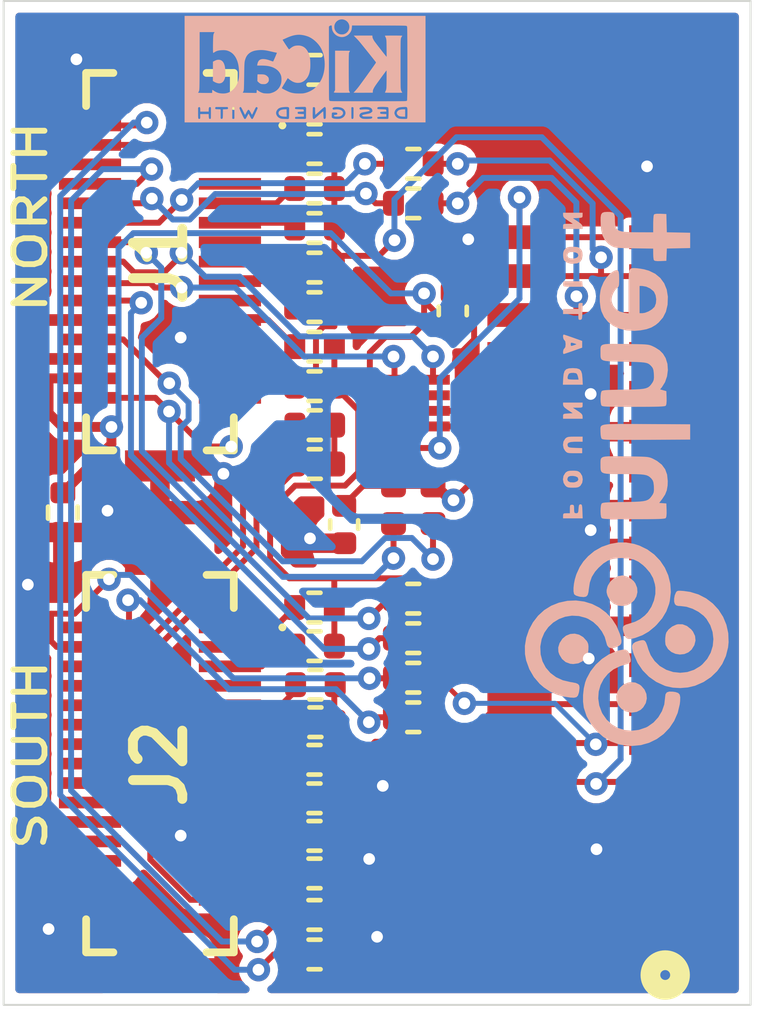
<source format=kicad_pcb>
(kicad_pcb (version 20240108) (generator "pcbnew") (generator_version "8.0")
  (title_block (title "VGA Adapter board") (date "2024-02-08") (rev "V0.09") (company "Copyright (C) Victor Suarez Rovere") (comment 1 "License:  CERN OHL-S") (comment 2 "PCB design:  Mitch Altman & Victor Suarez Rovere") (comment 3 "Schematics capture:  Mitch Altman") (comment 4 "Circuit design & parts selection:  Victor Suarez Rovere"))
  (layers (0 "F.Cu" signal) (31 "B.Cu" signal) (34 "B.Paste" user) (35 "F.Paste" user) (36 "B.SilkS" user "B.Silkscreen") (37 "F.SilkS" user "F.Silkscreen") (38 "B.Mask" user) (39 "F.Mask" user) (44 "Edge.Cuts" user))
  (net 0 "")
  (net 1 "VCC3V3")
  (net 2 "GND")
  (net 3 "V_VGA")
  (net 4 "VCCIN")
  (net 5 "+3V3")
  (net 6 "B1")
  (net 7 "LCD_DE")
  (net 8 "R6")
  (net 9 "R7")
  (net 10 "B0")
  (net 11 "R4")
  (net 12 "R5")
  (net 13 "G1")
  (net 14 "SDA")
  (net 15 "R2")
  (net 16 "SCK")
  (net 17 "R3")
  (net 18 "G0")
  (net 19 "G6")
  (net 20 "G7")
  (net 21 "R1")
  (net 22 "R0")
  (net 23 "G4")
  (net 24 "G2")
  (net 25 "G5")
  (net 26 "G3")
  (net 27 "B6")
  (net 28 "B7")
  (net 29 "B4")
  (net 30 "B5")
  (net 31 "B2")
  (net 32 "B3")
  (net 33 "RED")
  (net 34 "GREEN")
  (net 35 "BLUE")
  (net 36 "SDA_SHIFTED")
  (net 37 "LCD_HSYNC")
  (net 38 "LCD_VSYNC")
  (net 39 "SCK_SHIFTED")
  (net 46 "Net-(J1-11)")
  (net 48 "Net-(J1-9)")
  (footprint "Resistor_SMD:R_0402_1005Metric" (layer "F.Cu") (at 156.78454 96.1105 180)
    (property "Reference" "R16")
    (property "Value" "24K 0.1%" (hide yes))
  )
  (footprint "Library:DF12NB3030DP05V51" (layer "F.Cu") (at 150.26654 87.4495 90)
    (property "Reference" "J1")
    (property "Value" "DF12NB(3.0)-30DS-0.5V(51)" (hide yes))
  )
  (footprint "Library:C_0402_1005Metric" (layer "F.Cu") (at 155.00654 94.2055 -90)
    (property "Reference" "C2")
    (property "Value" "0.1uF" (hide yes))
  )
  (footprint "Resistor_SMD:R_0402_1005Metric" (layer "F.Cu") (at 156.78654 84.9345)
    (property "Reference" "R28")
    (property "Value" "120" (hide yes))
  )
  (footprint "Resistor_SMD:R_0402_1005Metric" (layer "F.Cu") (at 154.26594 98.3203 180)
    (property "Reference" "R19")
    (property "Value" "750 0.1%" (hide yes))
  )
  (footprint "Resistor_SMD:R_0402_1005Metric" (layer "F.Cu") (at 154.24454 84.5535 180)
    (property "Reference" "R2")
    (property "Value" "374 0.1%" (hide yes))
  )
  (footprint "Resistor_SMD:R_0402_1005Metric" (layer "F.Cu") (at 154.24454 85.5695 180)
    (property "Reference" "R5")
    (property "Value" "3K 0.1%" (hide yes))
  )
  (footprint "Library:DQM8" (layer "F.Cu") (at 156.79724 91.0845 180)
    (property "Reference" "U1")
    (property "Value" "TXS0102DQMR" (hide yes))
  )
  (footprint "Resistor_SMD:R_0402_1005Metric" (layer "F.Cu") (at 154.24454 83.5375 180)
    (property "Reference" "R3")
    (property "Value" "750 0.1%" (hide yes))
  )
  (footprint "Diode_SMD:D_0402_1005Metric" (layer "F.Cu") (at 157.29254 93.6975 -90)
    (property "Reference" "D1")
    (property "Value" "NSR05F40NXT5G" (hide yes))
  )
  (footprint "Resistor_SMD:R_0402_1005Metric" (layer "F.Cu") (at 154.24254 101.2413 180)
    (property "Reference" "R20")
    (property "Value" "1.5K 0.1%" (hide yes))
  )
  (footprint "Resistor_SMD:R_0402_1005Metric" (layer "F.Cu") (at 154.24454 105.2545 180)
    (property "Reference" "R24")
    (property "Value" "24K 0.1%" (hide yes))
  )
  (footprint "Resistor_SMD:R_0402_1005Metric" (layer "F.Cu") (at 154.24454 87.6015 180)
    (property "Reference" "R7")
    (property "Value" "12K 0.1%" (hide yes))
  )
  (footprint "Resistor_SMD:R_0402_1005Metric" (layer "F.Cu") (at 154.25 92.65 180)
    (property "Reference" "R9")
    (property "Value" "47.5K 0.1%" (hide yes))
  )
  (footprint "Resistor_SMD:R_0402_1005Metric" (layer "F.Cu") (at 154.24254 104.2385 180)
    (property "Reference" "R25")
    (property "Value" "47.5K 0.1%" (hide yes))
  )
  (footprint "Resistor_SMD:R_0402_1005Metric" (layer "F.Cu") (at 154.24254 103.1717 180)
    (property "Reference" "R22")
    (property "Value" "6.04K 0.1%" (hide yes))
  )
  (footprint "Resistor_SMD:R_0402_1005Metric" (layer "F.Cu") (at 154.24254 96.3391 180)
    (property "Reference" "R15")
    (property "Value" "12K 0.1%" (hide yes))
  )
  (footprint "Library:DF12NB3030DP05V51" (layer "F.Cu") (at 150.26654 100.3495 90)
    (property "Reference" "J2")
    (property "Value" "DF12NB(3.0)-30DS-0.5V(51)" (hide yes))
  )
  (footprint "Resistor_SMD:R_0402_1005Metric" (layer "F.Cu") (at 154.24454 88.6175 180)
    (property "Reference" "R6")
    (property "Value" "6.04K 0.1%" (hide yes))
  )
  (footprint "Library:TE Connectivity 1-1734248-5_ultralibrarian" (layer "F.Cu") (at 163.268 100.82074 -90)
    (property "Reference" "J3" (hide yes))
    (property "Value" "FPC Cable connector 1x15" (hide yes))
  )
  (footprint "Resistor_SMD:R_0402_1005Metric" (layer "F.Cu") (at 154.24254 100.2507 180)
    (property "Reference" "R21")
    (property "Value" "3K 0.1%" (hide yes))
  )
  (footprint "Resistor_SMD:R_0402_1005Metric" (layer "F.Cu") (at 156.78454 99.1585 180)
    (property "Reference" "R12")
    (property "Value" "1.5K 0.1%" (hide yes))
  )
  (footprint "Resistor_SMD:R_0402_1005Metric" (layer "F.Cu") (at 154.24454 97.3297 180)
    (property "Reference" "R14")
    (property "Value" "6.04K 0.1%" (hide yes))
  )
  (footprint "Resistor_SMD:R_0402_1005Metric" (layer "F.Cu") (at 154.25 91.65 180)
    (property "Reference" "R8")
    (property "Value" "24K 0.1%" (hide yes))
  )
  (footprint "Resistor_SMD:R_0402_1005Metric" (layer "F.Cu") (at 154.24454 82.5215)
    (property "Reference" "R26")
    (property "Value" "10K" (hide yes))
  )
  (footprint "Resistor_SMD:R_0402_1005Metric" (layer "F.Cu") (at 154.24454 86.5855 180)
    (property "Reference" "R4")
    (property "Value" "1.5K 0.1%" (hide yes))
  )
  (footprint "Resistor_SMD:R_0402_1005Metric" (layer "F.Cu") (at 154.26594 99.2855 180)
    (property "Reference" "R18")
    (property "Value" "374 0.1%" (hide yes))
  )
  (footprint "Resistor_SMD:R_0402_1005Metric" (layer "F.Cu") (at 147.76654 93.8995 -90)
    (property "Reference" "R1")
    (property "Value" "DNP (10K)" (hide yes))
  )
  (footprint "Diode_SMD:D_0402_1005Metric" (layer "F.Cu") (at 156.27654 93.6975 -90)
    (property "Reference" "D2")
    (property "Value" "NSR05F40NXT5G" (hide yes))
  )
  (footprint "Resistor_SMD:R_0402_1005Metric" (layer "F.Cu") (at 154.24454 89.6335 180)
    (property "Reference" "R11")
    (property "Value" "750 0.1%" (hide yes))
  )
  (footprint "Library:C_0402_1005Metric" (layer "F.Cu") (at 157.80054 88.7165 90)
    (property "Reference" "C1")
    (property "Value" "0.1uF" (hide yes))
  )
  (footprint "Resistor_SMD:R_0402_1005Metric" (layer "F.Cu") (at 154.24454 90.6495 180)
    (property "Reference" "R10")
    (property "Value" "374 0.1%" (hide yes))
  )
  (footprint "Resistor_SMD:R_0402_1005Metric" (layer "F.Cu") (at 154.24254 102.2065 180)
    (property "Reference" "R23")
    (property "Value" "12K 0.1%" (hide yes))
  )
  (footprint "Resistor_SMD:R_0402_1005Metric" (layer "F.Cu") (at 156.78454 97.1265 180)
    (property "Reference" "R17")
    (property "Value" "47.5K 0.1%" (hide yes))
  )
  (footprint "Resistor_SMD:R_0402_1005Metric" (layer "F.Cu") (at 156.78454 98.1425 180)
    (property "Reference" "R13")
    (property "Value" "3K 0.1%" (hide yes))
  )
  (footprint "Resistor_SMD:R_0402_1005Metric" (layer "F.Cu") (at 156.78454 85.9505)
    (property "Reference" "R27")
    (property "Value" "120" (hide yes))
  )
  (footprint "LOGO" (layer "B.Cu") (at 154 82.5 180)
    (property "Reference" "G***" (hide yes))
    (property "Value" "LOGO" (hide yes))
  )
  (footprint "LOGO" (layer "B.Cu") (at 162.28 93.04 90)
    (property "Reference" "G***" (hide yes))
    (property "Value" "LOGO" (hide yes))
  )
  (gr_rect (start 146.24354 80.75) (end 165.46414 106.55) (stroke (width 0.05)) (fill none) (layer "Edge.Cuts"))
  (gr_text "SOUTH" (at 147.4 102.65 90) (layer "F.SilkS") (effects (font (size 0.8 1)) (justify left bottom)))
  (gr_text "NORTH" (at 147.4 88.85 90) (layer "F.SilkS") (effects (font (size 0.8 1)) (justify left bottom)))
  (segment (start 156.30194 90.8845) (end 157.29254 90.8845) (width 0.1524) (layer "F.Cu") (net 1))
  (segment (start 157.063541 88.264983) (end 157.063541 88.459501) (width 0.1524) (layer "F.Cu") (net 1))
  (segment (start 156.30194 90.8845) (end 155.71774 90.8845) (width 0.1524) (layer "F.Cu") (net 1))
  (segment (start 147.4 91.34096) (end 147.75584 91.6968) (width 0.254) (layer "F.Cu") (net 1))
  (segment (start 149.0174 91.6968) (end 149.0174 92.13864) (width 0.254) (layer "F.Cu") (net 1))
  (segment (start 157.063541 88.459501) (end 157.92754 89.3235) (width 0.1524) (layer "F.Cu") (net 1))
  (segment (start 156.7157 89.3843) (end 157.063541 89.036459) (width 0.1524) (layer "F.Cu") (net 1))
  (segment (start 157.063541 89.036459) (end 157.063541 88.264983) (width 0.1524) (layer "F.Cu") (net 1))
  (segment (start 147.4 90.46204) (end 147.4 91.34096) (width 0.254) (layer "F.Cu") (net 1))
  (segment (start 148.46654 90.4495) (end 147.41254 90.4495) (width 0.254) (layer "F.Cu") (net 1))
  (segment (start 155.66694 89.785467) (end 156.068107 89.3843) (width 0.1524) (layer "F.Cu") (net 1))
  (segment (start 147.41254 90.4495) (end 147.4 90.46204) (width 0.254) (layer "F.Cu") (net 1))
  (segment (start 149.0174 92.13864) (end 147.76654 93.3895) (width 0.254) (layer "F.Cu") (net 1))
  (segment (start 155.66694 90.8337) (end 155.66694 89.785467) (width 0.1524) (layer "F.Cu") (net 1))
  (segment (start 156.068107 89.3843) (end 156.7157 89.3843) (width 0.1524) (layer "F.Cu") (net 1))
  (segment (start 147.75584 91.6968) (end 149.0174 91.6968) (width 0.254) (layer "F.Cu") (net 1))
  (segment (start 155.71774 90.8845) (end 155.66694 90.8337) (width 0.1524) (layer "F.Cu") (net 1))
  (via (at 149.0174 91.6968) (size 0.6) (drill 0.3) (layers "F.Cu" "B.Cu") (net 1))
  (via (at 157.063541 88.264983) (size 0.6) (drill 0.3) (layers "F.Cu" "B.Cu") (net 1))
  (segment (start 149.2 91.5142) (end 149.2 87.09944) (width 0.1524) (layer "B.Cu") (net 1))
  (segment (start 149.58264 86.7168) (end 154.658994 86.7168) (width 0.1524) (layer "B.Cu") (net 1))
  (segment (start 149.0174 91.6968) (end 149.2 91.5142) (width 0.1524) (layer "B.Cu") (net 1))
  (segment (start 154.658994 86.7168) (end 156.207177 88.264983) (width 0.1524) (layer "B.Cu") (net 1))
  (segment (start 156.207177 88.264983) (end 157.063541 88.264983) (width 0.1524) (layer "B.Cu") (net 1))
  (segment (start 149.2 87.09944) (end 149.58264 86.7168) (width 0.1524) (layer "B.Cu") (net 1))
  (segment (start 147.53394 102.8495) (end 148.46654 102.8495) (width 0.2286) (layer "F.Cu") (net 2))
  (segment (start 154.88264 94.5616) (end 155.00654 94.6855) (width 0.1524) (layer "F.Cu") (net 2))
  (segment (start 159.518 96.82074) (end 161.236 96.82074) (width 0.2286) (layer "F.Cu") (net 2))
  (segment (start 147.0505 88.9495) (end 148.46654 88.9495) (width 0.2286) (layer "F.Cu") (net 2))
  (segment (start 157.85774 91.2845) (end 157.92754 91.2147) (width 0.1524) (layer "F.Cu") (net 2))
  (segment (start 150.8 102.73296) (end 150.91654 102.8495) (width 0.254) (layer "F.Cu") (net 2))
  (segment (start 146.8 89.2) (end 147.0505 88.9495) (width 0.2286) (layer "F.Cu") (net 2))
  (segment (start 161.363 91.82074) (end 163.268 91.82074) (width 0.2286) (layer "F.Cu") (net 2))
  (segment (start 155.65 102.8) (end 155.675 102.8) (width 0.254) (layer "F.Cu") (net 2))
  (segment (start 154.12724 94.5616) (end 154.25114 94.6855) (width 0.1524) (layer "F.Cu") (net 2))
  (segment (start 161.236 93.820741) (end 163.268 93.820741) (width 0.2286) (layer "F.Cu") (net 2))
  (segment (start 161.236 95.820742) (end 163.268 95.820742) (width 0.2286) (layer "F.Cu") (net 2))
  (segment (start 158.2 86.875) (end 157.80054 87.27446) (width 0.1524) (layer "F.Cu") (net 2))
  (segment (start 148.46654 89.9495) (end 147.0495 89.9495) (width 0.2286) (layer "F.Cu") (net 2))
  (segment (start 159.518 93.820741) (end 161.236 93.820741) (width 0.2286) (layer "F.Cu") (net 2))
  (segment (start 151.10854 89.9495) (end 152.06654 89.9495) (width 0.254) (layer "F.Cu") (net 2))
  (segment (start 154.12724 94.5616) (end 154.88264 94.5616) (width 0.1524) (layer "F.Cu") (net 2))
  (segment (start 150.8 89.64096) (end 151.10854 89.9495) (width 0.254) (layer "F.Cu") (net 2))
  (segment (start 157.80054 87.27446) (end 157.80054 88.401142) (width 0.1524) (layer "F.Cu") (net 2))
  (segment (start 147.0495 89.9495) (end 146.8 89.7) (width 0.2286) (layer "F.Cu") (net 2))
  (segment (start 159.518 94.820741) (end 161.236 94.820741) (width 0.2286) (layer "F.Cu") (net 2))
  (segment (start 150.8 102.2) (end 150.8 102.73296) (width 0.254) (layer "F.Cu") (net 2))
  (segment (start 158.35 88.78596) (end 157.80054 88.2365) (width 0.1524) (layer "F.Cu") (net 2))
  (segment (start 157.92754 89.87246) (end 158.35 89.45) (width 0.1524) (layer "F.Cu") (net 2))
  (segment (start 161.236 96.82074) (end 163.268 96.82074) (width 0.2286) (layer "F.Cu") (net 2))
  (segment (start 157.85774 91.2845) (end 157.29254 91.2845) (width 0.1524) (layer "F.Cu") (net 2))
  (segment (start 147.4 102.98344) (end 147.53394 102.8495) (width 0.2286) (layer "F.Cu") (net 2))
  (segment (start 150.91654 102.8495) (end 152.06654 102.8495) (width 0.254) (layer "F.Cu") (net 2))
  (segment (start 161.236 94.820741) (end 163.268 94.820741) (width 0.2286) (layer "F.Cu") (net 2))
  (segment (start 157.92754 91.2147) (end 157.92754 89.87246) (width 0.1524) (layer "F.Cu") (net 2))
  (segment (start 155.8532 104.8) (end 155.8532 104.7218) (width 0.254) (layer "F.Cu") (net 2))
  (segment (start 146.8 89.7) (end 146.8 89.2) (width 0.2286) (layer "F.Cu") (net 2))
  (segment (start 150.8 89.4) (end 150.8 89.64096) (width 0.254) (layer "F.Cu") (net 2))
  (segment (start 158.35 89.45) (end 158.35 88.78596) (width 0.1524) (layer "F.Cu") (net 2))
  (segment (start 147.4 104.6) (end 147.4 102.98344) (width 0.2286) (layer "F.Cu") (net 2))
  (segment (start 159.518 91.82074) (end 161.363 91.82074) (width 0.2286) (layer "F.Cu") (net 2))
  (segment (start 159.518 95.820742) (end 161.236 95.820742) (width 0.2286) (layer "F.Cu") (net 2))
  (via (at 154.12724 94.5616) (size 0.6) (drill 0.3) (layers "F.Cu" "B.Cu") (net 2))
  (via (at 161.35 90.85) (size 0.6) (drill 0.3) (layers "F.Cu" "B.Cu") (net 2))
  (via (at 161.35 94.35) (size 0.6) (drill 0.3) (layers "F.Cu" "B.Cu") (net 2))
  (via (at 156 100.9218) (size 0.6) (drill 0.3) (layers "F.Cu" "B.Cu") (net 2))
  (via (at 148.11654 82.2495) (size 0.6) (drill 0.3) (layers "F.Cu" "B.Cu") (net 2))
  (via (at 150.8 89.4) (size 0.6) (drill 0.3) (layers "F.Cu" "B.Cu") (net 2))
  (via (at 155.65 102.8) (size 0.6) (drill 0.3) (layers "F.Cu" "B.Cu") (net 2))
  (via (at 148.91654 93.8495) (size 0.6) (drill 0.3) (layers "F.Cu" "B.Cu") (net 2))
  (via (at 146.86654 95.7495) (size 0.6) (drill 0.3) (layers "F.Cu" "B.Cu") (net 2))
  (via (at 151.9 92.9) (size 0.6) (drill 0.3) (layers "F.Cu" "B.Cu") (net 2))
  (via (at 162.8 85) (size 0.6) (drill 0.3) (layers "F.Cu" "B.Cu") (net 2))
  (via (at 161.5 102.55) (size 0.6) (drill 0.3) (layers "F.Cu" "B.Cu") (net 2))
  (via (at 147.4 104.6) (size 0.6) (drill 0.3) (layers "F.Cu" "B.Cu") (net 2))
  (via (at 161.3 97.65) (size 0.6) (drill 0.3) (layers "F.Cu" "B.Cu") (net 2))
  (via (at 150.8 102.2) (size 0.6) (drill 0.3) (layers "F.Cu" "B.Cu") (net 2))
  (via (at 158.2 86.875) (size 0.6) (drill 0.3) (layers "F.Cu" "B.Cu") (net 2))
  (via (at 155.8532 104.8) (size 0.6) (drill 0.3) (layers "F.Cu" "B.Cu") (net 2))
  (segment (start 152 92.93296) (end 153.62864 94.5616) (width 0.254) (layer "B.Cu") (net 2))
  (segment (start 151.9 92.9) (end 152 92.93296) (width 0.254) (layer "B.Cu") (net 2))
  (segment (start 152 92.8) (end 151.9 92.9) (width 0.254) (layer "B.Cu") (net 2))
  (segment (start 152 92.93296) (end 152.51654 93.4495) (width 0.254) (layer "B.Cu") (net 2))
  (segment (start 153.62864 94.5616) (end 154.12724 94.5616) (width 0.254) (layer "B.Cu") (net 2))
  (segment (start 155.648606 91.418566) (end 155.648606 92.584566) (width 0.1524) (layer "F.Cu") (net 3))
  (segment (start 157.29254 93.2125) (end 157.81574 93.7357) (width 0.1524) (layer "F.Cu") (net 3))
  (segment (start 155.782672 91.2845) (end 155.648606 91.418566) (width 0.1524) (layer "F.Cu") (net 3))
  (segment (start 157.819058 93.580827) (end 157.376731 93.1385) (width 0.1524) (layer "F.Cu") (net 3))
  (segment (start 158.579145 92.82074) (end 157.819058 93.580827) (width 0.1524) (layer "F.Cu") (net 3))
  (segment (start 157.36654 93.1385) (end 157.29254 93.2125) (width 0.1524) (layer "F.Cu") (net 3))
  (segment (start 159.518 92.82074) (end 158.579145 92.82074) (width 0.1524) (layer "F.Cu") (net 3))
  (segment (start 161.363 92.82074) (end 163.268 92.82074) (width 0.1524) (layer "F.Cu") (net 3))
  (segment (start 155.00654 93.6975) (end 155.49154 93.2125) (width 0.1524) (layer "F.Cu") (net 3))
  (segment (start 157.29254 93.2125) (end 156.27654 93.2125) (width 0.1524) (layer "F.Cu") (net 3))
  (segment (start 155.49154 93.2125) (end 156.27654 93.2125) (width 0.1524) (layer "F.Cu") (net 3))
  (segment (start 157.376731 93.1385) (end 157.36654 93.1385) (width 0.1524) (layer "F.Cu") (net 3))
  (segment (start 155.00654 93.7255) (end 155.00654 93.6975) (width 0.1524) (layer "F.Cu") (net 3))
  (segment (start 155.648606 92.584566) (end 156.27654 93.2125) (width 0.1524) (layer "F.Cu") (net 3))
  (segment (start 159.518 92.82074) (end 161.363 92.82074) (width 0.1524) (layer "F.Cu") (net 3))
  (segment (start 156.30194 91.2845) (end 155.782672 91.2845) (width 0.1524) (layer "F.Cu") (net 3))
  (via (at 157.819058 93.580827) (size 0.6) (drill 0.3) (layers "F.Cu" "B.Cu") (net 3))
  (segment (start 157.819058 93.580827) (end 157.799885 93.6) (width 0.254) (layer "B.Cu") (net 3))
  (segment (start 150.505991 90.573022) (end 150.446462 90.573022) (width 0.1524) (layer "F.Cu") (net 4))
  (segment (start 157.29254 95.0945) (end 157.29254 94.1825) (width 0.1524) (layer "F.Cu") (net 4))
  (segment (start 150.446462 90.573022) (end 149.32294 89.4495) (width 0.1524) (layer "F.Cu") (net 4))
  (segment (start 149.32294 89.4495) (end 148.46654 89.4495) (width 0.1524) (layer "F.Cu") (net 4))
  (via (at 150.505991 90.573022) (size 0.6) (drill 0.3) (layers "F.Cu" "B.Cu") (net 4))
  (via (at 157.29254 95.0945) (size 0.6) (drill 0.3) (layers "F.Cu" "B.Cu") (net 4))
  (segment (start 151.0032 91.508433) (end 150.8 91.711633) (width 0.1524) (layer "B.Cu") (net 4))
  (segment (start 151.0032 91.070231) (end 151.0032 91.508433) (width 0.1524) (layer "B.Cu") (net 4))
  (segment (start 156.74944 94.5514) (end 157.29254 95.0945) (width 0.1524) (layer "B.Cu") (net 4))
  (segment (start 150.8 91.711633) (end 150.8 92.524828) (width 0.1524) (layer "B.Cu") (net 4))
  (segment (start 150.505991 90.573022) (end 151.0032 91.070231) (width 0.1524) (layer "B.Cu") (net 4))
  (segment (start 150.8 92.524828) (end 153.424672 95.1495) (width 0.1524) (layer "B.Cu") (net 4))
  (segment (start 153.424672 95.1495) (end 155.463794 95.1495) (width 0.1524) (layer "B.Cu") (net 4))
  (segment (start 157.52154 95.0945) (end 157.29254 95.0945) (width 0.1524) (layer "B.Cu") (net 4))
  (segment (start 155.463794 95.1495) (end 156.061894 94.5514) (width 0.1524) (layer "B.Cu") (net 4))
  (segment (start 156.061894 94.5514) (end 156.74944 94.5514) (width 0.1524) (layer "B.Cu") (net 4))
  (segment (start 150.5 91.3) (end 150.1495 90.9495) (width 0.1524) (layer "F.Cu") (net 5))
  (segment (start 150.1495 90.9495) (end 148.46654 90.9495) (width 0.1524) (layer "F.Cu") (net 5))
  (segment (start 151.4 92.2) (end 150.5 91.3) (width 0.1524) (layer "F.Cu") (net 5))
  (segment (start 156.275333 95.0701) (end 156.27654 95.068893) (width 0.1524) (layer "F.Cu") (net 5))
  (segment (start 156.27654 95.068893) (end 156.27654 94.1825) (width 0.1524) (layer "F.Cu") (net 5))
  (segment (start 152.1 92.2) (end 151.4 92.2) (width 0.1524) (layer "F.Cu") (net 5))
  (via (at 156.275333 95.0701) (size 0.6) (drill 0.3) (layers "F.Cu" "B.Cu") (net 5))
  (via (at 152.1 92.2) (size 0.6) (drill 0.3) (layers "F.Cu" "B.Cu") (net 5))
  (via (at 150.5 91.3) (size 0.6) (drill 0.3) (layers "F.Cu" "B.Cu") (net 5))
  (segment (start 155.795933 95.5495) (end 156.275333 95.0701) (width 0.1524) (layer "B.Cu") (net 5))
  (segment (start 152.1 92.2) (end 151.87074 92.2) (width 0.1524) (layer "B.Cu") (net 5))
  (segment (start 153.42954 95.5495) (end 155.795933 95.5495) (width 0.1524) (layer "B.Cu") (net 5))
  (segment (start 150.5 92.61996) (end 153.42954 95.5495) (width 0.1524) (layer "B.Cu") (net 5))
  (segment (start 150.5 91.3) (end 150.5 92.61996) (width 0.1524) (layer "B.Cu") (net 5))
  (segment (start 153.1923 105.2545) (end 153.73454 105.2545) (width 0.1524) (layer "F.Cu") (net 6))
  (segment (start 152.8 105.6468) (end 153.1923 105.2545) (width 0.1524) (layer "F.Cu") (net 6))
  (segment (start 149.92654 83.875698) (end 149.852738 83.9495) (width 0.1524) (layer "F.Cu") (net 6))
  (segment (start 149.852738 83.9495) (end 148.67894 83.9495) (width 0.1524) (layer "F.Cu") (net 6))
  (via (at 149.92654 83.875698) (size 0.6) (drill 0.3) (layers "F.Cu" "B.Cu") (net 6))
  (via (at 152.8 105.6468) (size 0.6) (drill 0.3) (layers "F.Cu" "B.Cu") (net 6))
  (segment (start 152.8 105.6468) (end 152.191932 105.6468) (width 0.1524) (layer "B.Cu") (net 6))
  (segment (start 149.588826 83.875698) (end 149.92654 83.875698) (width 0.1524) (layer "B.Cu") (net 6))
  (segment (start 147.7 85.764524) (end 149.588826 83.875698) (width 0.1524) (layer "B.Cu") (net 6))
  (segment (start 152.191932 105.6468) (end 147.7 101.154868) (width 0.1524) (layer "B.Cu") (net 6))
  (segment (start 147.7 101.154868) (end 147.7 85.764524) (width 0.1524) (layer "B.Cu") (net 6))
  (segment (start 152.29054 82.3691) (end 153.58214 82.3691) (width 0.1524) (layer "F.Cu") (net 7))
  (segment (start 148.46654 84.4495) (end 150.21014 84.4495) (width 0.1524) (layer "F.Cu") (net 7))
  (segment (start 150.21014 84.4495) (end 152.29054 82.3691) (width 0.1524) (layer "F.Cu") (net 7))
  (segment (start 153.58214 82.3691) (end 153.73454 82.5215) (width 0.1524) (layer "F.Cu") (net 7))
  (segment (start 152.82254 84.4495) (end 152.06654 84.4495) (width 0.1524) (layer "F.Cu") (net 8))
  (segment (start 153.73454 83.5375) (end 152.82254 84.4495) (width 0.1524) (layer "F.Cu") (net 8))
  (segment (start 153.33854 84.9495) (end 152.06654 84.9495) (width 0.1524) (layer "F.Cu") (net 9))
  (segment (start 153.73454 84.5535) (end 153.33854 84.9495) (width 0.1524) (layer "F.Cu") (net 9))
  (segment (start 149.673298 85.4495) (end 148.46654 85.4495) (width 0.1524) (layer "F.Cu") (net 10))
  (segment (start 150.051505 85.071293) (end 149.673298 85.4495) (width 0.1524) (layer "F.Cu") (net 10))
  (segment (start 153.447466 104.2385) (end 153.73254 104.2385) (width 0.1524) (layer "F.Cu") (net 10))
  (segment (start 152.765342 104.920624) (end 153.447466 104.2385) (width 0.1524) (layer "F.Cu") (net 10))
  (via (at 150.051505 85.071293) (size 0.6) (drill 0.3) (layers "F.Cu" "B.Cu") (net 10))
  (via (at 152.765342 104.920624) (size 0.6) (drill 0.3) (layers "F.Cu" "B.Cu") (net 10))
  (segment (start 147.9794 85.880256) (end 148.788363 85.071293) (width 0.1524) (layer "B.Cu") (net 10))
  (segment (start 148.788363 85.071293) (end 150.051505 85.071293) (width 0.1524) (layer "B.Cu") (net 10))
  (segment (start 152.765342 104.920624) (end 151.860888 104.920624) (width 0.1524) (layer "B.Cu") (net 10))
  (segment (start 151.860888 104.920624) (end 147.9794 101.039136) (width 0.1524) (layer "B.Cu") (net 10))
  (segment (start 147.9794 101.039136) (end 147.9794 85.880256) (width 0.1524) (layer "B.Cu") (net 10))
  (segment (start 153.73454 85.5695) (end 153.64654 85.5695) (width 0.1524) (layer "F.Cu") (net 11))
  (segment (start 153.26654 85.9495) (end 152.06654 85.9495) (width 0.1524) (layer "F.Cu") (net 11))
  (segment (start 153.64654 85.5695) (end 153.26654 85.9495) (width 0.1524) (layer "F.Cu") (net 11))
  (segment (start 153.59854 86.4495) (end 152.06654 86.4495) (width 0.1524) (layer "F.Cu") (net 12))
  (segment (start 153.73454 86.5855) (end 153.59854 86.4495) (width 0.1524) (layer "F.Cu") (net 12))
  (segment (start 156.14954 96.1105) (end 156.27454 96.1105) (width 0.1524) (layer "F.Cu") (net 13))
  (segment (start 155.64154 96.6185) (end 156.14954 96.1105) (width 0.1524) (layer "F.Cu") (net 13))
  (segment (start 149.644583 86.9495) (end 148.46654 86.9495) (width 0.1524) (layer "F.Cu") (net 13))
  (segment (start 149.915083 87.22) (end 149.644583 86.9495) (width 0.1524) (layer "F.Cu") (net 13))
  (via (at 155.64154 96.6185) (size 0.6) (drill 0.3) (layers "F.Cu" "B.Cu") (net 13))
  (via (at 149.915083 87.22) (size 0.6) (drill 0.3) (layers "F.Cu" "B.Cu") (net 13))
  (segment (start 150.3 88.9) (end 149.8 89.4) (width 0.1524) (layer "B.Cu") (net 13))
  (segment (start 154.103409 96.6185) (end 155.64154 96.6185) (width 0.1524) (layer "B.Cu") (net 13))
  (segment (start 150.3 87.604917) (end 150.3 88.9) (width 0.1524) (layer "B.Cu") (net 13))
  (segment (start 149.8 92.315091) (end 154.103409 96.6185) (width 0.1524) (layer "B.Cu") (net 13))
  (segment (start 149.915083 87.22) (end 150.3 87.604917) (width 0.1524) (layer "B.Cu") (net 13))
  (segment (start 149.8 89.4) (end 149.8 92.315091) (width 0.1524) (layer "B.Cu") (net 13))
  (segment (start 150.139429 87.7285) (end 150.134129 87.7232) (width 0.1524) (layer "F.Cu") (net 14))
  (segment (start 149.32294 87.4495) (end 148.68154 87.4495) (width 0.1524) (layer "F.Cu") (net 14))
  (segment (start 150.81554 87.2205) (end 150.81554 87.282679) (width 0.1524) (layer "F.Cu") (net 14))
  (segment (start 150.81554 87.282679) (end 150.369719 87.7285) (width 0.1524) (layer "F.Cu") (net 14))
  (segment (start 150.134129 87.7232) (end 149.59664 87.7232) (width 0.1524) (layer "F.Cu") (net 14))
  (segment (start 149.59664 87.7232) (end 149.32294 87.4495) (width 0.1524) (layer "F.Cu") (net 14))
  (segment (start 157.29254 89.8875) (end 157.29254 90.484501) (width 0.1524) (layer "F.Cu") (net 14))
  (segment (start 150.369719 87.7285) (end 150.139429 87.7285) (width 0.1524) (layer "F.Cu") (net 14))
  (via (at 157.29254 89.8875) (size 0.6) (drill 0.3) (layers "F.Cu" "B.Cu") (net 14))
  (via (at 150.81554 87.2205) (size 0.6) (drill 0.3) (layers "F.Cu" "B.Cu") (net 14))
  (segment (start 156.77434 89.3693) (end 157.29254 89.8875) (width 0.1524) (layer "B.Cu") (net 14))
  (segment (start 151.430638 87.835598) (end 152.319637 87.835598) (width 0.1524) (layer "B.Cu") (net 14))
  (segment (start 153.85334 89.3693) (end 156.77434 89.3693) (width 0.1524) (layer "B.Cu") (net 14))
  (segment (start 152.319637 87.835598) (end 153.85334 89.3693) (width 0.1524) (layer "B.Cu") (net 14))
  (segment (start 150.81554 87.2205) (end 151.430638 87.835598) (width 0.1524) (layer "B.Cu") (net 14))
  (segment (start 153.73454 87.6015) (end 153.58254 87.4495) (width 0.1524) (layer "F.Cu") (net 15))
  (segment (start 153.58254 87.4495) (end 152.06654 87.4495) (width 0.1524) (layer "F.Cu") (net 15))
  (segment (start 148.51964 88.0026) (end 148.46654 87.9495) (width 0.1524) (layer "F.Cu") (net 16))
  (segment (start 156.27654 89.8875) (end 156.30194 89.9129) (width 0.1524) (layer "F.Cu") (net 16))
  (segment (start 156.30194 89.9129) (end 156.30194 90.484501) (width 0.1524) (layer "F.Cu") (net 16))
  (segment (start 150.824475 88.114998) (end 150.130796 88.114998) (width 0.1524) (layer "F.Cu") (net 16))
  (segment (start 150.130796 88.114998) (end 150.018398 88.0026) (width 0.1524) (layer "F.Cu") (net 16))
  (segment (start 150.018398 88.0026) (end 148.51964 88.0026) (width 0.1524) (layer "F.Cu") (net 16))
  (via (at 156.27654 89.8875) (size 0.6) (drill 0.3) (layers "F.Cu" "B.Cu") (net 16))
  (via (at 150.824475 88.114998) (size 0.6) (drill 0.3) (layers "F.Cu" "B.Cu") (net 16))
  (segment (start 150.824475 88.114998) (end 152.203906 88.114998) (width 0.1524) (layer "B.Cu") (net 16))
  (segment (start 153.976408 89.8875) (end 156.27654 89.8875) (width 0.1524) (layer "B.Cu") (net 16))
  (segment (start 152.203906 88.114998) (end 153.976408 89.8875) (width 0.1524) (layer "B.Cu") (net 16))
  (segment (start 153.73454 88.6175) (end 153.06654 87.9495) (width 0.1524) (layer "F.Cu") (net 17))
  (segment (start 153.06654 87.9495) (end 152.06654 87.9495) (width 0.1524) (layer "F.Cu") (net 17))
  (segment (start 149.727483 88.4495) (end 148.46654 88.4495) (width 0.1524) (layer "F.Cu") (net 18))
  (segment (start 156.27454 97.1265) (end 155.913723 97.1265) (width 0.1524) (layer "F.Cu") (net 18))
  (segment (start 155.913723 97.1265) (end 155.639096 97.401127) (width 0.1524) (layer "F.Cu") (net 18))
  (segment (start 149.783783 88.5058) (end 149.727483 88.4495) (width 0.1524) (layer "F.Cu") (net 18))
  (via (at 149.783783 88.5058) (size 0.6) (drill 0.3) (layers "F.Cu" "B.Cu") (net 18))
  (via (at 155.639096 97.401127) (size 0.6) (drill 0.3) (layers "F.Cu" "B.Cu") (net 18))
  (segment (start 154.490904 97.401127) (end 155.639096 97.401127) (width 0.1524) (layer "B.Cu") (net 18))
  (segment (start 149.5206 88.768983) (end 149.5206 92.430823) (width 0.1524) (layer "B.Cu") (net 18))
  (segment (start 149.783783 88.5058) (end 149.5206 88.768983) (width 0.1524) (layer "B.Cu") (net 18))
  (segment (start 149.5206 92.430823) (end 154.490904 97.401127) (width 0.1524) (layer "B.Cu") (net 18))
  (segment (start 153.73454 89.6335) (end 153.05054 88.9495) (width 0.1524) (layer "F.Cu") (net 19))
  (segment (start 153.05054 88.9495) (end 152.06654 88.9495) (width 0.1524) (layer "F.Cu") (net 19))
  (segment (start 153.06974 89.9847) (end 153.06974 89.5963) (width 0.1524) (layer "F.Cu") (net 20))
  (segment (start 152.92294 89.4495) (end 152.06654 89.4495) (width 0.1524) (layer "F.Cu") (net 20))
  (segment (start 153.06974 89.5963) (end 152.92294 89.4495) (width 0.1524) (layer "F.Cu") (net 20))
  (segment (start 153.73454 90.6495) (end 153.06974 89.9847) (width 0.1524) (layer "F.Cu") (net 20))
  (segment (start 153.74 91.65) (end 152.4032 92.9868) (width 0.1524) (layer "F.Cu") (net 21))
  (segment (start 152.4032 94.761308) (end 150.0174 97.147108) (width 0.1524) (layer "F.Cu") (net 21))
  (segment (start 152.4032 92.9868) (end 152.4032 94.761308) (width 0.1524) (layer "F.Cu") (net 21))
  (segment (start 151.054434 103.8495) (end 152.06654 103.8495) (width 0.1524) (layer "F.Cu") (net 21))
  (segment (start 150.0174 97.147108) (end 150.0174 102.812466) (width 0.1524) (layer "F.Cu") (net 21))
  (segment (start 150.0174 102.812466) (end 151.054434 103.8495) (width 0.1524) (layer "F.Cu") (net 21))
  (segment (start 152.75 94.80964) (end 152.75 93.804868) (width 0.1524) (layer "F.Cu") (net 22))
  (segment (start 150.2968 102.696734) (end 150.2968 97.26284) (width 0.1524) (layer "F.Cu") (net 22))
  (segment (start 150.2968 97.26284) (end 152.75 94.80964) (width 0.1524) (layer "F.Cu") (net 22))
  (segment (start 153.74 92.814868) (end 153.74 92.65) (width 0.1524) (layer "F.Cu") (net 22))
  (segment (start 152.06654 103.3495) (end 150.949566 103.3495) (width 0.1524) (layer "F.Cu") (net 22))
  (segment (start 152.75 93.804868) (end 153.74 92.814868) (width 0.1524) (layer "F.Cu") (net 22))
  (segment (start 150.949566 103.3495) (end 150.2968 102.696734) (width 0.1524) (layer "F.Cu") (net 22))
  (segment (start 147.46334 96.4963) (end 147.46334 97.2027) (width 0.1524) (layer "F.Cu") (net 23))
  (segment (start 148.954738 95.61241) (end 148.070848 96.4963) (width 0.1524) (layer "F.Cu") (net 23))
  (segment (start 155.65647 98.15743) (end 156.25961 98.15743) (width 0.1524) (layer "F.Cu") (net 23))
  (segment (start 147.61014 97.3495) (end 148.46654 97.3495) (width 0.1524) (layer "F.Cu") (net 23))
  (segment (start 147.46334 97.2027) (end 147.61014 97.3495) (width 0.1524) (layer "F.Cu") (net 23))
  (segment (start 156.25961 98.15743) (end 156.27454 98.1425) (width 0.1524) (layer "F.Cu") (net 23))
  (segment (start 148.070848 96.4963) (end 147.46334 96.4963) (width 0.1524) (layer "F.Cu") (net 23))
  (via (at 148.954738 95.61241) (size 0.6) (drill 0.3) (layers "F.Cu" "B.Cu") (net 23))
  (via (at 155.65647 98.15743) (size 0.6) (drill 0.3) (layers "F.Cu" "B.Cu") (net 23))
  (segment (start 149.948177 95.948177) (end 152.15743 98.15743) (width 0.1524) (layer "B.Cu") (net 23))
  (segment (start 152.15743 98.15743) (end 155.65647 98.15743) (width 0.1524) (layer "B.Cu") (net 23))
  (segment (start 148.954738 95.61241) (end 149.067148 95.5) (width 0.1524) (layer "B.Cu") (net 23))
  (segment (start 149.507358 95.5) (end 149.948177 95.940819) (width 0.1524) (layer "B.Cu") (net 23))
  (segment (start 149.948177 95.940819) (end 149.948177 95.948177) (width 0.1524) (layer "B.Cu") (net 23))
  (segment (start 149.067148 95.5) (end 149.507358 95.5) (width 0.1524) (layer "B.Cu") (net 23))
  (segment (start 152.92294 97.3495) (end 152.06654 97.3495) (width 0.1524) (layer "F.Cu") (net 24))
  (segment (start 153.06974 97.2027) (end 152.92294 97.3495) (width 0.1524) (layer "F.Cu") (net 24))
  (segment (start 153.06974 97.0019) (end 153.06974 97.2027) (width 0.1524) (layer "F.Cu") (net 24))
  (segment (start 153.73254 96.3391) (end 153.06974 97.0019) (width 0.1524) (layer "F.Cu") (net 24))
  (segment (start 155.64154 99.2855) (end 155.76854 99.1585) (width 0.1524) (layer "F.Cu") (net 25))
  (segment (start 149.32294 97.8495) (end 148.46654 97.8495) (width 0.1524) (layer "F.Cu") (net 25))
  (segment (start 149.46974 97.7027) (end 149.32294 97.8495) (width 0.1524) (layer "F.Cu") (net 25))
  (segment (start 149.46974 96.174015) (end 149.46974 97.7027) (width 0.1524) (layer "F.Cu") (net 25))
  (segment (start 149.444977 96.149252) (end 149.46974 96.174015) (width 0.1524) (layer "F.Cu") (net 25))
  (segment (start 155.76854 99.1585) (end 156.27454 99.1585) (width 0.1524) (layer "F.Cu") (net 25))
  (via (at 155.64154 99.2855) (size 0.6) (drill 0.3) (layers "F.Cu" "B.Cu") (net 25))
  (via (at 149.444977 96.149252) (size 0.6) (drill 0.3) (layers "F.Cu" "B.Cu") (net 25))
  (segment (start 152.041699 98.43683) (end 154.79287 98.43683) (width 0.1524) (layer "B.Cu") (net 25))
  (segment (start 149.75412 96.149252) (end 152.041699 98.43683) (width 0.1524) (layer "B.Cu") (net 25))
  (segment (start 149.444977 96.149252) (end 149.75412 96.149252) (width 0.1524) (layer "B.Cu") (net 25))
  (segment (start 154.79287 98.43683) (end 155.64154 99.2855) (width 0.1524) (layer "B.Cu") (net 25))
  (segment (start 153.73254 97.3297) (end 153.40634 97.3297) (width 0.1524) (layer "F.Cu") (net 26))
  (segment (start 152.88654 97.8495) (end 152.06654 97.8495) (width 0.1524) (layer "F.Cu") (net 26))
  (segment (start 153.40634 97.3297) (end 152.88654 97.8495) (width 0.1524) (layer "F.Cu") (net 26))
  (segment (start 153.75594 98.3203) (end 153.75594 98.4757) (width 0.1524) (layer "F.Cu") (net 27))
  (segment (start 153.75594 98.4757) (end 153.38214 98.8495) (width 0.1524) (layer "F.Cu") (net 27))
  (segment (start 153.38214 98.8495) (end 152.06654 98.8495) (width 0.1524) (layer "F.Cu") (net 27))
  (segment (start 153.75594 99.2855) (end 153.62894 99.1585) (width 0.1524) (layer "F.Cu") (net 28))
  (segment (start 153.06974 99.1585) (end 152.87874 99.3495) (width 0.1524) (layer "F.Cu") (net 28))
  (segment (start 153.62894 99.1585) (end 153.06974 99.1585) (width 0.1524) (layer "F.Cu") (net 28))
  (segment (start 152.87874 99.3495) (end 152.06654 99.3495) (width 0.1524) (layer "F.Cu") (net 28))
  (segment (start 153.63374 100.3495) (end 152.06654 100.3495) (width 0.1524) (layer "F.Cu") (net 29))
  (segment (start 153.73254 100.2507) (end 153.63374 100.3495) (width 0.1524) (layer "F.Cu") (net 29))
  (segment (start 153.73254 101.2413) (end 153.34074 100.8495) (width 0.1524) (layer "F.Cu") (net 30))
  (segment (start 153.34074 100.8495) (end 152.06654 100.8495) (width 0.1524) (layer "F.Cu") (net 30))
  (segment (start 153.73254 102.2065) (end 153.60554 102.0795) (width 0.1524) (layer "F.Cu") (net 31))
  (segment (start 153.06974 102.0795) (end 152.83974 101.8495) (width 0.1524) (layer "F.Cu") (net 31))
  (segment (start 153.60554 102.0795) (end 153.06974 102.0795) (width 0.1524) (layer "F.Cu") (net 31))
  (segment (start 152.83974 101.8495) (end 152.06654 101.8495) (width 0.1524) (layer "F.Cu") (net 31))
  (segment (start 153.73254 103.1717) (end 152.91034 102.3495) (width 0.1524) (layer "F.Cu") (net 32))
  (segment (start 152.91034 102.3495) (end 152.06654 102.3495) (width 0.1524) (layer "F.Cu") (net 32))
  (segment (start 161.69574 100.869) (end 161.744 100.82074) (width 0.1524) (layer "F.Cu") (net 33))
  (segment (start 154.75454 88.6175) (end 154.75454 89.1103) (width 0.1524) (layer "F.Cu") (net 33))
  (segment (start 154.75454 87.1443) (end 154.75454 88.1603) (width 0.1524) (layer "F.Cu") (net 33))
  (segment (start 154.28134 91.1923) (end 154.75454 91.6655) (width 0.1524) (layer "F.Cu") (net 33))
  (segment (start 163.268 100.82074) (end 161.744 100.82074) (width 0.1524) (layer "F.Cu") (net 33))
  (segment (start 155.9 87.3) (end 154.91024 87.3) (width 0.1524) (layer "F.Cu") (net 33))
  (segment (start 154.91024 87.3) (end 154.75454 87.1443) (width 0.1524) (layer "F.Cu") (net 33))
  (segment (start 159.5405 100.84324) (end 159.518 100.82074) (width 0.127) (layer "F.Cu") (net 33))
  (segment (start 161.49 100.869) (end 161.69574 100.869) (width 0.1524) (layer "F.Cu") (net 33))
  (segment (start 156.3 86.9) (end 155.9 87.3) (width 0.1524) (layer "F.Cu") (net 33))
  (segment (start 161.744 100.82074) (end 159.518 100.82074) (width 0.1524) (layer "F.Cu") (net 33))
  (segment (start 154.75454 87.1443) (end 154.75454 87.6015) (width 0.1524) (layer "F.Cu") (net 33))
  (segment (start 154.75454 92.6815) (end 154.75454 91.6655) (width 0.1524) (layer "F.Cu") (net 33))
  (segment (start 154.28134 89.308413) (end 154.28134 91.1923) (width 0.1524) (layer "F.Cu") (net 33))
  (segment (start 154.479453 89.1103) (end 154.28134 89.308413) (width 0.1524) (layer "F.Cu") (net 33))
  (segment (start 154.75454 86.5855) (end 154.75454 87.1443) (width 0.1524) (layer "F.Cu") (net 33))
  (segment (start 154.75454 88.6175) (end 154.75454 87.6015) (width 0.1524) (layer "F.Cu") (net 33))
  (segment (start 154.75454 89.1103) (end 154.479453 89.1103) (width 0.1524) (layer "F.Cu") (net 33))
  (segment (start 154.75454 86.5855) (end 154.75454 83.5375) (width 0.1524) (layer "F.Cu") (net 33))
  (via (at 161.49 100.869) (size 0.6) (drill 0.3) (layers "F.Cu" "B.Cu") (net 33))
  (via (at 156.3 86.9) (size 0.6) (drill 0.3) (layers "F.Cu" "B.Cu") (net 33))
  (segment (start 156.3 86.9) (end 156.3 85.850407) (width 0.1524) (layer "B.Cu") (net 33))
  (segment (start 160.093264 84.253) (end 162.1202 86.279936) (width 0.1524) (layer "B.Cu") (net 33))
  (segment (start 156.3 85.850407) (end 157.897407 84.253) (width 0.1524) (layer "B.Cu") (net 33))
  (segment (start 157.897407 84.253) (end 160.093264 84.253) (width 0.1524) (layer "B.Cu") (net 33))
  (segment (start 162.1202 100.2388) (end 161.49 100.869) (width 0.1524) (layer "B.Cu") (net 33))
  (segment (start 162.1202 86.279936) (end 162.1202 100.2388) (width 0.1524) (layer "B.Cu") (net 33))
  (segment (start 155.369206 91.264166) (end 154.75454 90.6495) (width 0.1524) (layer "F.Cu") (net 34))
  (segment (start 163.268 99.820742) (end 161.363 99.820742) (width 0.1524) (layer "F.Cu") (net 34))
  (segment (start 158.9973 99.820742) (end 159.518 99.820742) (width 0.1524) (layer "F.Cu") (net 34))
  (segment (start 157.29454 98.1425) (end 157.4425 98.1425) (width 0.127) (layer "F.Cu") (net 34))
  (segment (start 161.363 99.820742) (end 159.518 99.820742) (width 0.1524) (layer "F.Cu") (net 34))
  (segment (start 155.369206 92.865121) (end 155.369206 91.264166) (width 0.1524) (layer "F.Cu") (net 34))
  (segment (start 153.10154 93.84846) (end 153.7453 93.2047) (width 0.1524) (layer "F.Cu") (net 34))
  (segment (start 154.75254 95.5878) (end 153.59484 95.5878) (width 0.1524) (layer "F.Cu") (net 34))
  (segment (start 161.4803 99.853) (end 161.448042 99.820742) (width 0.1524) (layer "F.Cu") (net 34))
  (segment (start 157.29454 99.4145) (end 157.29454 99.1585) (width 0.1524) (layer "F.Cu") (net 34))
  (segment (start 154.75454 97.3297) (end 154.75454 96.3411) (width 0.1524) (layer "F.Cu") (net 34))
  (segment (start 154.75254 96.3391) (end 154.75254 95.5878) (width 0.1524) (layer "F.Cu") (net 34))
  (segment (start 153.59484 95.5878) (end 153.10154 95.0945) (width 0.1524) (layer "F.Cu") (net 34))
  (segment (start 161.448042 99.820742) (end 161.363 99.820742) (width 0.1524) (layer "F.Cu") (net 34))
  (segment (start 156.77184 95.5878) (end 154.75254 95.5878) (width 0.1524) (layer "F.Cu") (net 34))
  (segment (start 153.7453 93.2047) (end 155.029627 93.2047) (width 0.1524) (layer "F.Cu") (net 34))
  (segment (start 155.029627 93.2047) (end 155.369206 92.865121) (width 0.1524) (layer "F.Cu") (net 34))
  (segment (start 157.29454 96.1105) (end 157.29454 99.1585) (width 0.1524) (layer "F.Cu") (net 34))
  (segment (start 157.4425 98.1425) (end 158.1 98.8) (width 0.127) (layer "F.Cu") (net 34))
  (segment (start 154.75454 96.3411) (end 154.75254 96.3391) (width 0.1524) (layer "F.Cu") (net 34))
  (segment (start 154.75454 90.6495) (end 154.75454 89.6335) (width 0.1524) (layer "F.Cu") (net 34))
  (segment (start 157.29454 96.1105) (end 156.77184 95.5878) (width 0.1524) (layer "F.Cu") (net 34))
  (segment (start 153.10154 95.0945) (end 153.10154 93.84846) (width 0.1524) (layer "F.Cu") (net 34))
  (via (at 158.1 98.8) (size 0.6) (drill 0.3) (layers "F.Cu" "B.Cu") (net 34))
  (via (at 161.4803 99.853) (size 0.6) (drill 0.3) (layers "F.Cu" "B.Cu") (net 34))
  (segment (start 158.1 98.8) (end 160.4273 98.8) (width 0.127) (layer "B.Cu") (net 34))
  (segment (start 160.4273 98.8) (end 161.4803 99.853) (width 0.127) (layer "B.Cu") (net 34))
  (segment (start 154.75254 98.3437) (end 154.77594 98.3203) (width 0.1524) (layer "F.Cu") (net 35))
  (segment (start 154.75254 103.1717) (end 154.75254 105.2525) (width 0.1524) (layer "F.Cu") (net 35))
  (segment (start 158.9973 98.820741) (end 159.518 98.820741) (width 0.1524) (layer "F.Cu") (net 35))
  (segment (start 154.95574 100.0475) (end 155.543694 100.0475) (width 0.1524) (layer "F.Cu") (net 35))
  (segment (start 154.75254 105.2525) (end 154.75454 105.2545) (width 0.1524) (layer "F.Cu") (net 35))
  (segment (start 154.75254 103.1717) (end 154.75254 98.3437) (width 0.1524) (layer "F.Cu") (net 35))
  (segment (start 158.029341 99.7887) (end 158.9973 98.820741) (width 0.1524) (layer "F.Cu") (net 35))
  (segment (start 154.75254 102.2065) (end 154.75254 101.99746) (width 0.1524) (layer "F.Cu") (net 35))
  (segment (start 154.75254 100.2507) (end 154.95574 100.0475) (width 0.1524) (layer "F.Cu") (net 35))
  (segment (start 155.802494 99.7887) (end 158.029341 99.7887) (width 0.1524) (layer "F.Cu") (net 35))
  (segment (start 155.543694 100.0475) (end 155.802494 99.7887) (width 0.1524) (layer "F.Cu") (net 35))
  (segment (start 159.518 98.820741) (end 163.268 98.820741) (width 0.1524) (layer "F.Cu") (net 35))
  (segment (start 159.518 89.820741) (end 161.363 89.820741) (width 0.1524) (layer "F.Cu") (net 36))
  (segment (start 157.87674 91.684499) (end 157.29254 91.684499) (width 0.1524) (layer "F.Cu") (net 36))
  (segment (start 158.981301 89.820741) (end 158.35 90.452042) (width 0.1524) (layer "F.Cu") (net 36))
  (segment (start 158.35 91.211239) (end 157.87674 91.684499) (width 0.1524) (layer "F.Cu") (net 36))
  (segment (start 159.518 89.820741) (end 158.981301 89.820741) (width 0.1524) (layer "F.Cu") (net 36))
  (segment (start 161.363 89.820741) (end 163.268 89.820741) (width 0.1524) (layer "F.Cu") (net 36))
  (segment (start 158.35 90.452042) (end 158.35 91.211239) (width 0.1524) (layer "F.Cu") (net 36))
  (segment (start 157.29454 85.9505) (end 157.92754 85.9505) (width 0.1524) (layer "F.Cu") (net 37))
  (segment (start 159.518 88.820741) (end 161.363 88.820741) (width 0.1524) (layer "F.Cu") (net 37))
  (segment (start 161.363 88.820741) (end 163.268 88.820741) (width 0.1524) (layer "F.Cu") (net 37))
  (segment (start 160.982 88.820741) (end 161.363 88.820741) (width 0.1524) (layer "F.Cu") (net 37))
  (segment (start 160.982 88.33844) (end 160.982 88.820741) (width 0.1524) (layer "F.Cu") (net 37))
  (via (at 157.92754 85.9505) (size 0.6) (drill 0.3) (layers "F.Cu" "B.Cu") (net 37))
  (via (at 160.982 88.33844) (size 0.6) (drill 0.3) (layers "F.Cu" "B.Cu") (net 37))
  (segment (start 158.58124 85.2968) (end 160.3468 85.2968) (width 0.1524) (layer "B.Cu") (net 37))
  (segment (start 160.982 85.932) (end 160.982 88.33844) (width 0.1524) (layer "B.Cu") (net 37))
  (segment (start 160.3468 85.2968) (end 160.982 85.932) (width 0.1524) (layer "B.Cu") (net 37))
  (segment (start 157.92754 85.9505) (end 158.58124 85.2968) (width 0.1524) (layer "B.Cu") (net 37))
  (segment (start 161.617 87.33844) (end 161.617 87.82074) (width 0.1524) (layer "F.Cu") (net 38))
  (segment (start 157.29654 84.9345) (end 157.92754 84.9345) (width 0.1524) (layer "F.Cu") (net 38))
  (segment (start 160.855 87.82074) (end 163.268 87.82074) (width 0.1524) (layer "F.Cu") (net 38))
  (segment (start 161.617 87.82074) (end 160.855 87.82074) (width 0.1524) (layer "F.Cu") (net 38))
  (segment (start 159.518 87.82074) (end 160.855 87.82074) (width 0.1524) (layer "F.Cu") (net 38))
  (via (at 157.92754 84.9345) (size 0.6) (drill 0.3) (layers "F.Cu" "B.Cu") (net 38))
  (via (at 161.617 87.33844) (size 0.6) (drill 0.3) (layers "F.Cu" "B.Cu") (net 38))
  (segment (start 160.295132 84.85) (end 161.4 85.954868) (width 0.1524) (layer "B.Cu") (net 38))
  (segment (start 161.4 85.954868) (end 161.4 87.12144) (width 0.1524) (layer "B.Cu") (net 38))
  (segment (start 157.92754 84.9345) (end 158.01204 84.85) (width 0.1524) (layer "B.Cu") (net 38))
  (segment (start 161.4 87.12144) (end 161.617 87.33844) (width 0.1524) (layer "B.Cu") (net 38))
  (segment (start 158.01204 84.85) (end 160.295132 84.85) (width 0.1524) (layer "B.Cu") (net 38))
  (segment (start 156.855942 92.238501) (end 156.30194 91.684499) (width 0.1524) (layer "F.Cu") (net 39))
  (segment (start 157.46654 92.238501) (end 156.855942 92.238501) (width 0.1524) (layer "F.Cu") (net 39))
  (segment (start 159.518 85.8) (end 159.518 86.82074) (width 0.1524) (layer "F.Cu") (net 39))
  (segment (start 159.518 86.82074) (end 163.268 86.82074) (width 0.1524) (layer "F.Cu") (net 39))
  (via (at 157.46654 92.238501) (size 0.6) (drill 0.3) (layers "F.Cu" "B.Cu") (net 39))
  (via (at 159.518 85.8) (size 0.6) (drill 0.3) (layers "F.Cu" "B.Cu") (net 39))
  (segment (start 157.46654 90.4495) (end 157.46654 92.238501) (width 0.1524) (layer "B.Cu") (net 39))
  (segment (start 159.518 88.39804) (end 157.46654 90.4495) (width 0.1524) (layer "B.Cu") (net 39))
  (segment (start 159.518 85.8) (end 159.518 88.39804) (width 0.1524) (layer "B.Cu") (net 39))
  (segment (start 150.825039 85.86286) (end 150.238399 86.4495) (width 0.1524) (layer "F.Cu") (net 46))
  (segment (start 150.238399 86.4495) (end 148.46654 86.4495) (width 0.1524) (layer "F.Cu") (net 46))
  (segment (start 156.27654 84.9345) (end 155.53954 84.9345) (width 0.1524) (layer "F.Cu") (net 46))
  (via (at 155.53954 84.9345) (size 0.6) (drill 0.3) (layers "F.Cu" "B.Cu") (net 46))
  (via (at 150.825039 85.86286) (size 0.6) (drill 0.3) (layers "F.Cu" "B.Cu") (net 46))
  (segment (start 155.04174 85.4323) (end 155.53954 84.9345) (width 0.1524) (layer "B.Cu") (net 46))
  (segment (start 150.825039 85.86286) (end 151.255599 85.4323) (width 0.1524) (layer "B.Cu") (net 46))
  (segment (start 151.255599 85.4323) (end 155.04174 85.4323) (width 0.1524) (layer "B.Cu") (net 46))
  (segment (start 155.56654 85.6995) (end 155.81754 85.9505) (width 0.1524) (layer "F.Cu") (net 48))
  (segment (start 149.93608 85.9495) (end 148.46654 85.9495) (width 0.1524) (layer "F.Cu") (net 48))
  (segment (start 150.05781 85.82777) (end 149.93608 85.9495) (width 0.1524) (layer "F.Cu") (net 48))
  (segment (start 155.81754 85.9505) (end 156.27454 85.9505) (width 0.1524) (layer "F.Cu") (net 48))
  (via (at 150.05781 85.82777) (size 0.6) (drill 0.3) (layers "F.Cu" "B.Cu") (net 48))
  (via (at 155.56654 85.6995) (size 0.6) (drill 0.3) (layers "F.Cu" "B.Cu") (net 48))
  (segment (start 151.687832 85.7117) (end 151.033472 86.36606) (width 0.1524) (layer "B.Cu") (net 48))
  (segment (start 155.56654 85.6995) (end 155.169672 85.6995) (width 0.1524) (layer "B.Cu") (net 48))
  (segment (start 155.169672 85.6995) (end 155.157471 85.7117) (width 0.1524) (layer "B.Cu") (net 48))
  (segment (start 150.5961 86.36606) (end 150.05781 85.82777) (width 0.1524) (layer "B.Cu") (net 48))
  (segment (start 151.033472 86.36606) (end 150.5961 86.36606) (width 0.1524) (layer "B.Cu") (net 48))
  (segment (start 155.157471 85.7117) (end 151.687832 85.7117) (width 0.1524) (layer "B.Cu") (net 48))
  (zone (net 2) (net_name "GND") (layer "F.Cu") (connect_pads (clearance 0.2)) (min_thickness 0.2) (fill yes (thermal_gap 0.5) (thermal_bridge_width 0.5))
    (polygon (pts (xy 165.5 106.55) (xy 146.25 106.55) (xy 146.25 80.75) (xy 165.5 80.75)))
  )
  (zone (net 2) (net_name "GND") (layer "B.Cu") (priority 1) (connect_pads (clearance 0.2)) (min_thickness 0.2) (fill yes (thermal_gap 0.5) (thermal_bridge_width 0.5))
    (polygon (pts (xy 146.25 80.75) (xy 165.5 80.8) (xy 165.5 106.5) (xy 146.25 106.6)))
  )
)
</source>
